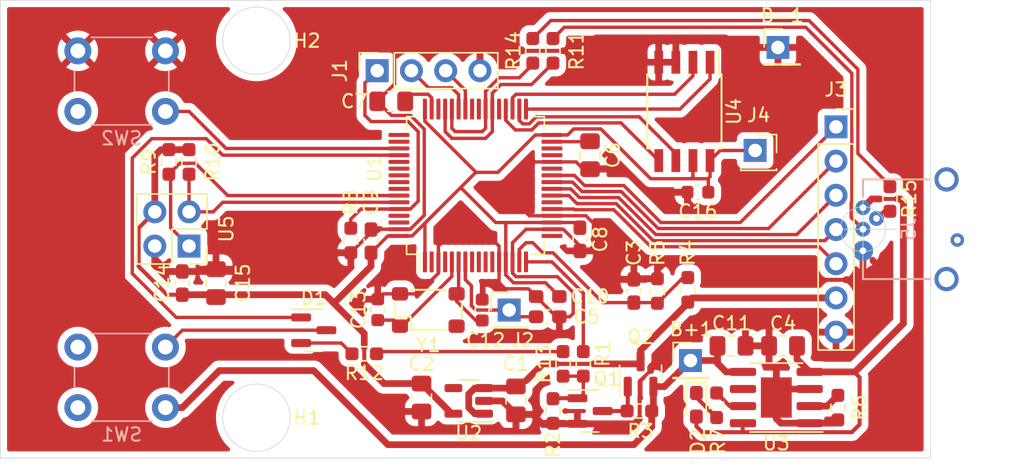
<source format=kicad_pcb>
(kicad_pcb (version 20211014) (generator pcbnew)
  (layers (0 "F.Cu" signal) (31 "B.Cu" signal) (34 "B.Paste" user) (35 "F.Paste" user) (36 "B.SilkS" user "B.Silkscreen") (37 "F.SilkS" user "F.Silkscreen") (38 "B.Mask" user) (39 "F.Mask" user) (44 "Edge.Cuts" user))
  (net 0 "")
  (net 1 "/VBATT_GATED")
  (net 2 "GND")
  (net 3 "+3V3")
  (net 4 "/VBATT_SENSE")
  (net 5 "Net-(C4-Pad1)")
  (net 6 "/~{RESET}")
  (net 7 "Net-(C6-Pad1)")
  (net 8 "Net-(C7-Pad1)")
  (net 9 "+BATT")
  (net 10 "Net-(C12-Pad1)")
  (net 11 "Net-(C13-Pad1)")
  (net 12 "/ON_BTN")
  (net 13 "Net-(D1-Pad2)")
  (net 14 "Net-(D1-Pad3)")
  (net 15 "Net-(D2-Pad1)")
  (net 16 "/BOOT0")
  (net 17 "/BOOT_RX")
  (net 18 "/BOOT_TX")
  (net 19 "/SEN_SCL")
  (net 20 "/SEN_SDA")
  (net 21 "/OLED_CS")
  (net 22 "/OLED_DC")
  (net 23 "/OLED_RES")
  (net 24 "/OLED_MOSI")
  (net 25 "/OLED_SCK")
  (net 26 "/USB_DM")
  (net 27 "/USB_DP")
  (net 28 "Net-(J5-Pad2)")
  (net 29 "Net-(Q1-Pad3)")
  (net 30 "/KEEP_ON")
  (net 31 "Net-(R6-Pad2)")
  (net 32 "Net-(R7-Pad1)")
  (net 33 "/UP_BTN")
  (net 41 "/CS2")
  (net 42 "/SCK2")
  (net 43 "/MISO2")
  (net 44 "/MOSI2")
  (net 64 "Net-(Q1-Pad1)")
  (net 65 "Net-(R12-Pad1)")
  (net 66 "Net-(J5-Pad3)")
  (net 68 "Net-(R14-Pad2)")
  (footprint "Package_TO_SOT_SMD:SOT-23" (layer "F.Cu") (at 142 112)
    (fp_text reference "D1")
    (fp_text value "BAT54A")
  )
  (footprint "Resistor_SMD:R_0603_1608Metric_Pad0.98x0.95mm_HandSolder" (layer "F.Cu") (at 131.25 99.5 90)
    (fp_text reference "R9")
    (fp_text value "4k7")
  )
  (footprint "Capacitor_SMD:C_0805_2012Metric_Pad1.18x1.45mm_HandSolder" (layer "F.Cu") (at 157 117.2125 -90)
    (fp_text reference "C1")
    (fp_text value "1u")
  )
  (footprint "TFT_footprints:XTAL_5030_china_unknown" (layer "F.Cu") (at 150.5 110.5)
    (fp_text reference "Y1")
    (fp_text value "8MHz")
  )
  (footprint "Package_QFP:LQFP-64_10x10mm_P0.5mm" (layer "F.Cu") (at 154 101.25 90)
    (fp_text reference "U1")
    (fp_text value "STM32F205RCTx")
  )
  (footprint "Capacitor_SMD:C_0603_1608Metric_Pad1.08x0.95mm_HandSolder" (layer "F.Cu") (at 159.3625 111 180)
    (fp_text reference "C5")
    (fp_text value "100n")
  )
  (footprint "Capacitor_SMD:C_0805_2012Metric_Pad1.18x1.45mm_HandSolder" (layer "F.Cu") (at 147.75 95 180)
    (fp_text reference "C7")
    (fp_text value "2u2")
  )
  (footprint "Connector_PinHeader_2.54mm:PinHeader_1x01_P2.54mm_Vertical" (layer "F.Cu") (at 170 114.25)
    (fp_text reference "B+1")
    (fp_text value "Conn_01x01_Male")
  )
  (footprint "Connector_PinHeader_2.54mm:PinHeader_1x01_P2.54mm_Vertical" (layer "F.Cu") (at 176.75 90.96)
    (fp_text reference "B-1")
    (fp_text value "Conn_01x01_Male")
  )
  (footprint "Resistor_SMD:R_0603_1608Metric_Pad0.98x0.95mm_HandSolder" (layer "F.Cu") (at 159.75 91.25 90)
    (fp_text reference "R11")
    (fp_text value "0")
  )
  (footprint "Connector_PinSocket_2.54mm:PinSocket_1x01_P2.54mm_Vertical" (layer "F.Cu") (at 175.01 98.8)
    (fp_text reference "J4")
    (fp_text value "Conn_01x01_Female")
  )
  (footprint "Resistor_SMD:R_0603_1608Metric_Pad0.98x0.95mm_HandSolder" (layer "F.Cu") (at 162 114.5 -90)
    (fp_text reference "R1")
    (fp_text value "4k7")
  )
  (footprint "Package_SO:SOIC-8W_5.3x5.3mm_P1.27mm" (layer "F.Cu") (at 169.5 95.75 -90)
    (fp_text reference "U4")
    (fp_text value "M25PX32-VMW")
  )
  (footprint "Connector_PinHeader_2.54mm:PinHeader_1x01_P2.54mm_Vertical" (layer "F.Cu") (at 156.5 110.5)
    (fp_text reference "J2")
    (fp_text value "Conn_01x01_Male")
  )
  (footprint "Capacitor_SMD:C_0603_1608Metric_Pad1.08x0.95mm_HandSolder" (layer "F.Cu") (at 159.3625 109.5)
    (fp_text reference "C10")
    (fp_text value "100n")
  )
  (footprint "Capacitor_SMD:C_0805_2012Metric_Pad1.18x1.45mm_HandSolder" (layer "F.Cu") (at 176.82 113.1625 180)
    (fp_text reference "C4")
    (fp_text value "1u")
  )
  (footprint "Package_SO:SOIC-8-1EP_3.9x4.9mm_P1.27mm_EP2.29x3mm" (layer "F.Cu") (at 176.32 117 180)
    (fp_text reference "U3")
    (fp_text value "TP4056")
  )
  (footprint "MountingHole:MountingHole_2.1mm" (layer "F.Cu") (at 137.75 118.5)
    (fp_text reference "H1")
    (fp_text value "MountingHole")
  )
  (footprint "Capacitor_SMD:C_0805_2012Metric_Pad1.18x1.45mm_HandSolder" (layer "F.Cu") (at 162.5 99 -90)
    (fp_text reference "C6")
    (fp_text value "2u2")
  )
  (footprint "Connector_PinSocket_2.54mm:PinSocket_1x07_P2.54mm_Vertical" (layer "F.Cu") (at 180.75 96.9)
    (fp_text reference "J3")
    (fp_text value "Conn_01x07_Female")
  )
  (footprint "LED_SMD:LED_0603_1608Metric_Pad1.05x0.95mm_HandSolder" (layer "F.Cu") (at 170.39 117.5375 -90)
    (fp_text reference "D2")
    (fp_text value "LED")
  )
  (footprint "Resistor_SMD:R_0603_1608Metric_Pad0.98x0.95mm_HandSolder" (layer "F.Cu") (at 159.75 118 90)
    (fp_text reference "R2")
    (fp_text value "220k")
  )
  (footprint "Connector_PinSocket_2.54mm:PinSocket_1x04_P2.54mm_Vertical" (layer "F.Cu") (at 146.71 92.725 90)
    (fp_text reference "J1")
    (fp_text value "Conn_01x04_Female")
  )
  (footprint "Capacitor_SMD:C_0603_1608Metric" (layer "F.Cu") (at 146.75 110.475 90)
    (fp_text reference "C13")
    (fp_text value "10p")
  )
  (footprint "Capacitor_SMD:C_0805_2012Metric_Pad1.18x1.45mm_HandSolder" (layer "F.Cu") (at 134.75 108.5 90)
    (fp_text reference "C15")
    (fp_text value "1u")
  )
  (footprint "Resistor_SMD:R_0603_1608Metric_Pad0.98x0.95mm_HandSolder" (layer "F.Cu") (at 180.89 117.75 90)
    (fp_text reference "R6")
    (fp_text value "3k3")
  )
  (footprint "Connector_PinSocket_2.54mm:PinSocket_2x02_P2.54mm_Vertical" (layer "F.Cu") (at 132.75 105.75 -90)
    (fp_text reference "U5")
    (fp_text value "MLX90640")
  )
  (footprint "Package_TO_SOT_SMD:SOT-23" (layer "F.Cu") (at 162.5 118)
    (fp_text reference "Q1")
    (fp_text value "AP2312")
  )
  (footprint "Package_TO_SOT_SMD:SOT-23" (layer "F.Cu") (at 166.25 115.25 90)
    (fp_text reference "Q2")
    (fp_text value "AP2311")
  )
  (footprint "Capacitor_SMD:C_0603_1608Metric" (layer "F.Cu") (at 154.5 110.5 90)
    (fp_text reference "C12")
    (fp_text value "10p")
  )
  (footprint "Resistor_SMD:R_0603_1608Metric_Pad0.98x0.95mm_HandSolder" (layer "F.Cu") (at 169.75 109 -90)
    (fp_text reference "R4")
    (fp_text value "220k")
  )
  (footprint "Capacitor_SMD:C_0603_1608Metric_Pad1.08x0.95mm_HandSolder" (layer "F.Cu") (at 161.75 105.25 90)
    (fp_text reference "C8")
    (fp_text value "100n")
  )
  (footprint "Capacitor_SMD:C_0805_2012Metric_Pad1.18x1.45mm_HandSolder" (layer "F.Cu") (at 150 117 -90)
    (fp_text reference "C2")
    (fp_text value "1u")
  )
  (footprint "Capacitor_SMD:C_0603_1608Metric_Pad1.08x0.95mm_HandSolder" (layer "F.Cu") (at 132.25 108.5 -90)
    (fp_text reference "C14")
    (fp_text value "100n")
  )
  (footprint "Capacitor_SMD:C_0603_1608Metric_Pad1.08x0.95mm_HandSolder" (layer "F.Cu") (at 146.25 105.3875 -90)
    (fp_text reference "C9")
    (fp_text value "100n")
  )
  (footprint "Capacitor_SMD:C_0805_2012Metric_Pad1.18x1.45mm_HandSolder" (layer "F.Cu") (at 172.995 113.1625)
    (fp_text reference "C11")
    (fp_text value "1u")
  )
  (footprint "Resistor_SMD:R_0603_1608Metric_Pad0.98x0.95mm_HandSolder" (layer "F.Cu") (at 171.89 117.575 -90)
    (fp_text reference "R7")
    (fp_text value "470")
  )
  (footprint "Capacitor_SMD:C_0603_1608Metric_Pad1.08x0.95mm_HandSolder" (layer "F.Cu") (at 165.75 109.0875 -90)
    (fp_text reference "C3")
    (fp_text value "100n")
  )
  (footprint "Resistor_SMD:R_0603_1608Metric_Pad0.98x0.95mm_HandSolder" (layer "F.Cu") (at 144.75 105.3375 90)
    (fp_text reference "R8")
    (fp_text value "220k")
  )
  (footprint "Resistor_SMD:R_0603_1608Metric_Pad0.98x0.95mm_HandSolder" (layer "F.Cu") (at 132.75 99.5 90)
    (fp_text reference "R10")
    (fp_text value "4k7")
  )
  (footprint "Capacitor_SMD:C_0603_1608Metric" (layer "F.Cu") (at 170.5 101.75 180)
    (fp_text reference "C16")
    (fp_text value "100n")
  )
  (footprint "Resistor_SMD:R_0603_1608Metric_Pad0.98x0.95mm_HandSolder" (layer "F.Cu") (at 166.1625 118)
    (fp_text reference "R3")
    (fp_text value "4k7")
  )
  (footprint "MountingHole:MountingHole_2.1mm" (layer "F.Cu") (at 137.75 90.5)
    (fp_text reference "H2")
    (fp_text value "MountingHole")
  )
  (footprint "Resistor_SMD:R_0603_1608Metric_Pad0.98x0.95mm_HandSolder" (layer "F.Cu") (at 184.75 102.25 -90)
    (fp_text reference "R15")
    (fp_text value "0")
  )
  (footprint "Resistor_SMD:R_0603_1608Metric_Pad0.98x0.95mm_HandSolder" (layer "F.Cu") (at 145.75 113.75 180)
    (fp_text reference "R12")
    (fp_text value "0")
  )
  (footprint "Resistor_SMD:R_0603_1608Metric_Pad0.98x0.95mm_HandSolder" (layer "F.Cu") (at 167.5 109.0875 -90)
    (fp_text reference "R5")
    (fp_text value "220k")
  )
  (footprint "Package_TO_SOT_SMD:SOT-23-5" (layer "F.Cu") (at 153.5 117.25 180)
    (fp_text reference "U2")
    (fp_text value "LP2981-3.3")
  )
  (footprint "Resistor_SMD:R_0603_1608Metric_Pad0.98x0.95mm_HandSolder" (layer "F.Cu") (at 158.25 91.25 90)
    (fp_text reference "R14")
    (fp_text value "0")
  )
  (footprint "Resistor_SMD:R_0603_1608Metric_Pad0.98x0.95mm_HandSolder" (layer "F.Cu") (at 160.5 114.5 90)
    (fp_text reference "R13")
    (fp_text value "0")
  )
  (footprint "TFT_footprints:USB_mini_china_unknown" (layer "B.Cu") (at 187.75 104.5 -90)
    (fp_text reference "J5")
    (fp_text value "USB_B_Mini")
  )
  (footprint "Button_Switch_THT:SW_PUSH_6mm" (layer "B.Cu") (at 124.5 95.75)
    (fp_text reference "SW2")
    (fp_text value "DTSMW69N")
  )
  (footprint "Button_Switch_THT:SW_PUSH_6mm" (layer "B.Cu") (at 124.5 117.75)
    (fp_text reference "SW1")
    (fp_text value "DTSMW69N")
  )
  (gr_line (start 118.75 121.5) (end 118.75 87.5) (layer "Edge.Cuts") (width 0.05))
  (gr_circle (center 137.75 118.5) (end 135.25 118.5) (layer "Edge.Cuts") (width 0.05) (fill none))
  (gr_line (start 187.75 121.5) (end 118.75 121.5) (layer "Edge.Cuts") (width 0.05))
  (gr_line (start 187.75 87.5) (end 187.75 121.5) (layer "Edge.Cuts") (width 0.05))
  (gr_circle (center 137.75 90.5) (end 137.75 88) (layer "Edge.Cuts") (width 0.05) (fill none))
  (gr_line (start 118.75 87.5) (end 187.75 87.5) (layer "Edge.Cuts") (width 0.05))
  (target plus (at 182.75 104.5) (size 5) (width 0.05) (layer "Edge.Cuts"))
  (segment (start 154.6375 116.3) (end 156.875 116.3) (width 0.5) (layer "F.Cu") (net 1))
  (segment (start 166.25 114.3125) (end 166.25 113.5) (width 0.5) (layer "F.Cu") (net 1))
  (segment (start 156.875 116.3) (end 157 116.175) (width 0.5) (layer "F.Cu") (net 1))
  (segment (start 153.95 116.3) (end 154.6375 116.3) (width 0.5) (layer "F.Cu") (net 1))
  (segment (start 153.5 116.75) (end 153.95 116.3) (width 0.5) (layer "F.Cu") (net 1))
  (segment (start 169.575 109.6625) (end 169.75 109.8375) (width 0.25) (layer "F.Cu") (net 1))
  (segment (start 153.95 118.2) (end 153.5 117.75) (width 0.5) (layer "F.Cu") (net 1))
  (segment (start 159 114.5) (end 157.75 115.75) (width 0.5) (layer "F.Cu") (net 1))
  (segment (start 159 114.5) (end 160 114.5) (width 0.5) (layer "F.Cu") (net 1))
  (segment (start 166.0625 114.5) (end 166.25 114.3125) (width 0.5) (layer "F.Cu") (net 1))
  (segment (start 154.6375 118.2) (end 153.95 118.2) (width 0.5) (layer "F.Cu") (net 1))
  (segment (start 162.75 114.5) (end 166.0625 114.5) (width 0.5) (layer "F.Cu") (net 1))
  (segment (start 166.25 114.3125) (end 166.25 114.5) (width 0.5) (layer "F.Cu") (net 1))
  (segment (start 160 114.5) (end 162.75 114.5) (width 0.3) (layer "F.Cu") (net 1))
  (segment (start 180.75 109.6) (end 170.0625 109.6) (width 0.5) (layer "F.Cu") (net 1))
  (segment (start 153.5 117.75) (end 153.5 116.75) (width 0.5) (layer "F.Cu") (net 1))
  (segment (start 169.75 110) (end 166.25 113.5) (width 0.5) (layer "F.Cu") (net 1))
  (segment (start 134 114) (end 142.75 114) (width 0.5) (layer "F.Cu") (net 2))
  (segment (start 176.25 114.75) (end 176.32 114.82) (width 0.5) (layer "F.Cu") (net 2))
  (segment (start 129 115.5) (end 132.5 115.5) (width 0.5) (layer "F.Cu") (net 2))
  (segment (start 144 92.75) (end 141.850489 94.899511) (width 0.5) (layer "F.Cu") (net 2))
  (segment (start 154.33 90.08) (end 153.75 89.5) (width 0.5) (layer "F.Cu") (net 2))
  (segment (start 178.795 118.905) (end 180.6475 118.905) (width 0.5) (layer "F.Cu") (net 2))
  (segment (start 154.33 92.725) (end 154.33 91.17) (width 0.5) (layer "F.Cu") (net 2))
  (segment (start 161.25 109.192684) (end 161.25 110.75) (width 0.25) (layer "F.Cu") (net 2))
  (segment (start 176.44 99.81) (end 176.44 91) (width 0.5) (layer "F.Cu") (net 2))
  (segment (start 131.1375 107.6375) (end 132.25 107.6375) (width 0.5) (layer "F.Cu") (net 2))
  (segment (start 167.5 107.5) (end 167.5 108.175) (width 0.5) (layer "F.Cu") (net 2))
  (segment (start 181.5 108.25) (end 181.490489 108.259511) (width 0.5) (layer "F.Cu") (net 2))
  (segment (start 169.725 101.75) (end 169.725 102.475) (width 0.5) (layer "F.Cu") (net 2))
  (segment (start 172.54 90.29) (end 168.79 90.29) (width 0.5) (layer "F.Cu") (net 2))
  (segment (start 145.75 89.5) (end 144 91.25) (width 0.5) (layer "F.Cu") (net 2))
  (segment (start 176.44 91) (end 173.25 91) (width 0.5) (layer "F.Cu") (net 2))
  (segment (start 167.595 92.1) (end 167.595 90.595) (width 0.25) (layer "F.Cu") (net 2))
  (segment (start 149.185224 96.04952) (end 147.76202 96.04952) (width 0.25) (layer "F.Cu") (net 2))
  (segment (start 176 114.75) (end 176.25 114.75) (width 0.5) (layer "F.Cu") (net 2))
  (segment (start 134.649511 94.899511) (end 131 91.25) (width 0.5) (layer "F.Cu") (net 2))
  (segment (start 151.25 107.765006) (end 149.715006 109.3) (width 0.25) (layer "F.Cu") (net 2))
  (segment (start 143.3625 106.6375) (end 143.75 106.25) (width 0.5) (layer "F.Cu") (net 2))
  (segment (start 156.75 107.765006) (end 157.009514 108.02452) (width 0.25) (layer "F.Cu") (net 2))
  (segment (start 141.850489 94.899511) (end 134.649511 94.899511) (width 0.5) (layer "F.Cu") (net 2))
  (segment (start 159.7 118.8625) (end 159.75 118.9125) (width 0.5) (layer "F.Cu") (net 2))
  (segment (start 160 111) (end 158.5 109.5) (width 0.25) (layer "F.Cu") (net 2))
  (segment (start 170.5 111.25) (end 175.75 111.25) (width 0.5) (layer "F.Cu") (net 2))
  (segment (start 182.75 106.1) (end 182.75 108.25) (width 0.5) (layer "F.Cu") (net 2))
  (segment (start 162.194816 103.5) (end 162.75 104.055184) (width 0.25) (layer "F.Cu") (net 2))
  (segment (start 157.923541 108.923541) (end 156.173541 108.923541) (width 0.25) (layer "F.Cu") (net 2))
  (segment (start 162.96 90.29) (end 162 91.25) (width 0.5) (layer "F.Cu") (net 2))
  (segment (start 160.081836 108.02452) (end 161.25 109.192684) (width 0.25) (layer "F.Cu") (net 2))
  (segment (start 157.5 100) (end 157.5 103) (width 0.25) (layer "F.Cu") (net 2))
  (segment (start 147.15 109.3) (end 146.75 109.7) (width 0.25) (layer "F.Cu") (net 2))
  (segment (start 127.75 94.5) (end 127.75 114.25) (width 0.5) (layer "F.Cu") (net 2))
  (segment (start 159.675 103.5) (end 162.194816 103.5) (width 0.25) (layer "F.Cu") (net 2))
  (segment (start 162.75 105.75) (end 162.3875 106.1125) (width 0.25) (layer "F.Cu") (net 2))
  (segment (start 152 105) (end 151.25 105.75) (width 0.25) (layer "F.Cu") (net 2))
  (segment (start 146.7125 95) (end 148 93.7125) (width 0.25) (layer "F.Cu") (net 2))
  (segment (start 148.325 104.5) (end 149.165006 104.5) (width 0.25) (layer "F.Cu") (net 2))
  (segment (start 168.865 92.1) (end 168.865 90.365) (width 0.25) (layer "F.Cu") (net 2))
  (segment (start 154.33 91.17) (end 154.33 90.08) (width 0.5) (layer "F.Cu") (net 2))
  (segment (start 158.5 109.5) (end 157.923541 108.923541) (width 0.25) (layer "F.Cu") (net 2))
  (segment (start 176.655 118.905) (end 176.32 118.57) (width 0.5) (layer "F.Cu") (net 2))
  (segment (start 162 91.25) (end 160.5 91.25) (width 0.5) (layer "F.Cu") (net 2))
  (segment (start 181.490489 108.259511) (end 179.759511 108.259511) (width 0.3) (layer "F.Cu") (net 2))
  (segment (start 147.75 89.5) (end 145.75 89.5) (width 0.5) (layer "F.Cu") (net 2))
  (segment (start 166.5 115.5) (end 166.5 115.478928) (width 0.25) (layer "F.Cu") (net 2))
  (segment (start 156.173541 108.923541) (end 155.75 108.5) (width 0.25) (layer "F.Cu") (net 2))
  (segment (start 148.25 89.5) (end 147.75 89.5) (width 0.5) (layer "F.Cu") (net 2))
  (segment (start 175.7825 111.2825) (end 175.75 111.25) (width 0.5) (layer "F.Cu") (net 2))
  (segment (start 167.29 90.29) (end 162.96 90.29) (width 0.5) (layer "F.Cu") (net 2))
  (segment (start 153.75 89.5) (end 148.25 89.5) (width 0.5) (layer "F.Cu") (net 2))
  (segment (start 168.25 106.75) (end 167.5 107.5) (width 0.5) (layer "F.Cu") (net 2))
  (segment (start 167.595 90.595) (end 167.29 90.29) (width 0.25) (layer "F.Cu") (net 2))
  (segment (start 160.5 91.25) (end 157.5 91.25) (width 0.3) (layer "F.Cu") (net 2))
  (segment (start 157.009514 108.02452) (end 160.081836 108.02452) (width 0.25) (layer "F.Cu") (net 2))
  (segment (start 148.4 109.3) (end 147.15 109.3) (width 0.25) (layer "F.Cu") (net 2))
  (segment (start 173.25 103) (end 176.44 99.81) (width 0.5) (layer "F.Cu") (net 2))
  (segment (start 161.75 105.734994) (end 161.75 106.1125) (width 0.25) (layer "F.Cu") (net 2))
  (segment (start 155.75 108.5) (end 155.75 106.925) (width 0.25) (layer "F.Cu") (net 2))
  (segment (start 166.75 101.75) (end 165 100) (width 0.5) (layer "F.Cu") (net 2))
  (segment (start 148.325 104.5) (end 146.275 104.5) (width 0.25) (layer "F.Cu") (net 2))
  (segment (start 130.1375 105.8225) (end 130.21 105.75) (width 0.5) (layer "F.Cu") (net 2))
  (segment (start 154.6375 117.25) (end 156 117.25) (width 0.5) (layer "F.Cu") (net 2))
  (segment (start 179.14 112.14) (end 178.25 111.25) (width 0.5) (layer "F.Cu") (net 2))
  (segment (start 175.7825 113.1625) (end 175.7825 114.5325) (width 0.5) (layer "F.Cu") (net 2))
  (segment (start 161.25 110.75) (end 161 111) (width 0.25) (layer "F.Cu") (net 2))
  (segment (start 179.759511 108.259511) (end 179.75 108.25) (width 0.3) (layer "F.Cu") (net 2))
  (segment (start 155 105) (end 152 105) (width 0.25) (layer "F.Cu") (net 2))
  (segment (start 158 103.5) (end 159.675 103.5) (width 0.25) (layer "F.Cu") (net 2))
  (segment (start 162.5375 100) (end 162.5 100.0375) (width 0.5) (layer "F.Cu") (net 2))
  (segment (start 179.759511 108.259511) (end 173.009511 108.259511) (width 0.5) (layer "F.Cu") (net 2))
  (segment (start 168.865 90.365) (end 168.79 90.29) (width 0.25) (layer "F.Cu") (net 2))
  (segment (start 160.225 111) (end 160 111) (width 0.25) (layer "F.Cu") (net 2))
  (segment (start 176.32 118.57) (end 176.32 117) (width 0.5) (layer "F.Cu") (net 2))
  (segment (start 154.5 108.5) (end 155.75 108.5) (width 0.25) (layer "F.Cu") (net 2))
  (segment (start 178.795 116.365) (end 176.955 116.365) (width 0.5) (layer "F.Cu") (net 2))
  (segment (start 150.19951 103.465496) (end 150.19951 97.063806) (width 0.25) (layer "F.Cu") (net 2))
  (segment (start 161.5625 118.95) (end 165.8 118.95) (width 0.5) (layer "F.Cu") (net 2))
  (segment (start 154.5 109.725) (end 154.525 109.725) (width 0.25) (layer "F.Cu") (net 2))
  (segment (start 176.955 116.365) (end 176.32 117) (width 0.5) (layer "F.Cu") (net 2))
  (segment (start 166.5 115.478928) (end 166.978928 115) (width 0.25) (layer "F.Cu") (net 2))
  (segment (start 163.3625 106.1125) (end 161.75 106.1125) (width 0.5) (layer "F.Cu") (net 2))
  (segment (start 148 93.7125) (end 148 89.75) (width 0.25) (layer "F.Cu") (net 2))
  (segment (start 178.795 118.905) (end 176.655 118.905) (width 0.5) (layer "F.Cu") (net 2))
  (segment (start 165.8 108.175) (end 165.75 108.225) (width 0.5) (layer "F.Cu") (net 2))
  (segment (start 169.725 101.75) (end 166.75 101.75) (width 0.5) (layer "F.Cu") (net 2))
  (segment (start 159.75 118.9125) (end 159.6625 119) (width 0.5) (layer "F.Cu") (net 2))
  (segment (start 166.978928 115) (end 167 115) (width 0.25) (layer "F.Cu") (net 2))
  (segment (start 168.79 90.29) (end 167.29 90.29) (width 0.5) (layer "F.Cu") (net 2))
  (segment (start 159.675 99.5) (end 158 99.5) (width 0.25) (layer "F.Cu") (net 2))
  (segment (start 156 117.25) (end 157 118.25) (width 0.5) (layer "F.Cu") (net 2))
  (segment (start 146.25 104.75) (end 144.75 106.25) (width 0.25) (layer "F.Cu") (net 2))
  (segment (start 154.5 109.725) (end 154.5 108.5) (width 0.25) (layer "F.Cu") (net 2))
  (segment (start 149.715006 109.3) (end 148.4 109.3) (width 0.25) (layer "F.Cu") (net 2))
  (segment (start 159.7875 118.95) (end 159.75 118.9125) (width 0.5) (layer "F.Cu") (net 2))
  (segment (start 159.6625 119) (end 159 119) (width 0.5) (layer "F.Cu") (net 2))
  (segment (start 143.3625 107.6375) (end 133.75 107.6375) (width 0.5) (layer "F.Cu") (net 2))
  (segment (start 158.25 118.25) (end 157 118.25) (width 0.5) (layer "F.Cu") (net 2))
  (segment (start 157.5 103) (end 158 103.5) (width 0.25) (layer "F.Cu") (net 2))
  (segment (start 131 91.25) (end 127.75 94.5) (width 0.5) (layer "F.Cu") (net 2))
  (segment (start 161.5625 118.95) (end 159.7875 118.95) (width 0.5) (layer "F.Cu") (net 2))
  (segment (start 165 100) (end 162.5375 100) (width 0.5) (layer "F.Cu") (net 2))
  (segment (start 167 115) (end 167 114.75) (width 0.5) (layer "F.Cu") (net 2))
  (segment (start 173.25 91) (end 172.54 90.29) (width 0.5) (layer "F.Cu") (net 2))
  (segment (start 182.75 111.75) (end 182.36 112.14) (width 0.5) (layer "F.Cu") (net 2))
  (segment (start 182.75 108.25) (end 181.5 108.25) (width 0.5) (layer "F.Cu") (net 2))
  (segment (start 182.36 112.14) (end 180.75 112.14) (width 0.5) (layer "F.Cu") (net 2))
  (segment (start 155.75 106.925) (end 155.75 105.75) (width 0.25) (layer "F.Cu") (net 2))
  (segment (start 162.75 104.055184) (end 162.75 105.75) (width 0.25) (layer "F.Cu") (net 2))
  (segment (start 157 119.5) (end 157 118.25) (width 0.5) (layer "F.Cu") (net 2))
  (segment (start 159.675 99.5) (end 161.4625 99.5) (width 0.25) (layer "F.Cu") (net 2))
  (segment (start 167.5 108.175) (end 165.8 108.175) (width 0.5) (layer "F.Cu") (net 2))
  (segment (start 132.5 115.5) (end 134 114) (width 0.5) (layer "F.Cu") (net 2))
  (segment (start 143.3625 107.6375) (end 143.3625 106.6375) (width 0.5) (layer "F.Cu") (net 2))
  (segment (start 161 111) (end 160.225 111) (width 0.25) (layer "F.Cu") (net 2))
  (segment (start 180.6475 118.905) (end 180.89 118.6625) (width 0.5) (layer "F.Cu") (net 2))
  (segment (start 142.75 114) (end 148.25 119.5) (width 0.5) (layer "F.Cu") (net 2))
  (segment (start 148 89.75) (end 147.75 89.5) (width 0.25) (layer "F.Cu") (net 2))
  (segment (start 146.275 104.5) (end 146.25 104.525) (width 0.25) (layer "F.Cu") (net 2))
  (segment (start 166.182954 118.567046) (end 166.182954 115.817046) (width 0.3) (layer "F.Cu") (net 2))
  (segment (start 170.25 103) (end 173.25 103) (width 0.5) (layer "F.Cu") (net 2))
  (segment (start 150.19951 97.063806) (end 149.185224 96.04952) (width 0.25) (layer "F.Cu") (net 2))
  (segment (start 176.32 114.82) (end 176.32 117) (width 0.5) (layer "F.Cu") (net 2))
  (segment (start 166.182954 115.817046) (end 166.5 115.5) (width 0.3) (layer "F.Cu") (net 2))
  (segment (start 175.7825 116.4625) (end 176.32 117) (width 0.5) (layer "F.Cu") (net 2))
  (segment (start 171.5 106.75) (end 168.25 106.75) (width 0.5) (layer "F.Cu") (net 2))
  (segment (start 167 114.75) (end 170.5 111.25) (width 0.5) (layer "F.Cu") (net 2))
  (segment (start 162.3875 106.1125) (end 161.75 106.1125) (width 0.25) (layer "F.Cu") (net 2))
  (segment (start 159.675 104.5) (end 157.75 104.5) (width 0.25) (layer "F.Cu") (net 2))
  (segment (start 169.725 102.475) (end 170.25 103) (width 0.5) (layer "F.Cu") (net 2))
  (segment (start 156.75 106.925) (end 156.75 107.765006) (width 0.25) (layer "F.Cu") (net 2))
  (segment (start 157.75 104.5) (end 156.75 105.5) (width 0.25) (layer "F.Cu") (net 2))
  (segment (start 154.33 91.17) (end 157.42 91.17) (width 0.5) (layer "F.Cu") (net 2))
  (segment (start 130.21 105.75) (end 130.21 106.71) (width 0.5) (layer "F.Cu") (net 2))
  (segment (start 148.25 119.5) (end 157 119.5) (width 0.5) (layer "F.Cu") (net 2))
  (segment (start 160.515006 104.5) (end 161.75 105.734994) (width 0.25) (layer "F.Cu") (net 2))
  (segment (start 174.0325 113.1625) (end 175.7825 113.1625) (width 0.5) (layer "F.Cu") (net 2))
  (segment (start 173.009511 108.259511) (end 171.5 106.75) (width 0.5) (layer "F.Cu") (net 2))
  (segment (start 127.75 114.25) (end 129 115.5) (width 0.5) (layer "F.Cu") (net 2))
  (segment (start 151.25 105.75) (end 151.25 106.925) (width 0.25) (layer "F.Cu") (net 2))
  (segment (start 155.75 105.75) (end 155 105) (width 0.25) (layer "F.Cu") (net 2))
  (segment (start 149.165006 104.5) (end 150.19951 103.465496) (width 0.25) (layer "F.Cu") (net 2))
  (segment (start 151.25 106.925) (end 151.25 107.765006) (width 0.25) (layer "F.Cu") (net 2))
  (segment (start 144 91.25) (end 144 92.75) (width 0.5) (layer "F.Cu") (net 2))
  (segment (start 143.75 106.25) (end 144.75 106.25) (width 0.5) (layer "F.Cu") (net 2))
  (segment (start 165.75 108.225) (end 163.8625 108.225) (width 0.5) (layer "F.Cu") (net 2))
  (segment (start 175.7825 114.5325) (end 176 114.75) (width 0.5) (layer "F.Cu") (net 2))
  (segment (start 132.25 107.6375) (end 133.75 107.6375) (width 0.5) (layer "F.Cu") (net 2))
  (segment (start 130.21 106.71) (end 131.1375 107.6375) (width 0.5) (layer "F.Cu") (net 2))
  (segment (start 160.225 111) (end 160.225 111.025) (width 0.25) (layer "F.Cu") (net 2))
  (segment (start 178.25 111.25) (end 175.75 111.25) (width 0.5) (layer "F.Cu") (net 2))
  (segment (start 148.075489 89.674511) (end 148.25 89.5) (width 0.25) (layer "F.Cu") (net 2))
  (segment (start 147.76202 96.04952) (end 146.7125 95) (width 0.25) (layer "F.Cu") (net 2))
  (segment (start 175.7825 113.1625) (end 175.7825 111.2825) (width 0.5) (layer "F.Cu") (net 2))
  (segment (start 163.8625 108.225) (end 163.8625 106.6125) (width 0.5) (layer "F.Cu") (net 2))
  (segment (start 146.25 104.525) (end 146.25 104.75) (width 0.25) (layer "F.Cu") (net 2))
  (segment (start 180.75 112.14) (end 179.14 112.14) (width 0.5) (layer "F.Cu") (net 2))
  (segment (start 161.4625 99.5) (end 162 100.0375) (width 0.25) (layer "F.Cu") (net 2))
  (segment (start 156.75 105.5) (end 156.75 106.925) (width 0.25) (layer "F.Cu") (net 2))
  (segment (start 158 99.5) (end 157.5 100) (width 0.25) (layer "F.Cu") (net 2))
  (segment (start 159.675 104.5) (end 160.515006 104.5) (width 0.25) (layer "F.Cu") (net 2))
  (segment (start 182.75 108.25) (end 182.75 111.75) (width 0.5) (layer "F.Cu") (net 2))
  (segment (start 157.42 91.17) (end 157.5 91.25) (width 0.5) (layer "F.Cu") (net 2))
  (segment (start 159 119) (end 158.25 118.25) (width 0.5) (layer "F.Cu") (net 2))
  (segment (start 163.8625 106.6125) (end 163.3625 106.1125) (width 0.5) (layer "F.Cu") (net 2))
  (segment (start 165.8 118.95) (end 166.182954 118.567046) (width 0.5) (layer "F.Cu") (net 2))
  (segment (start 156.823321 108.474031) (end 159.199031 108.474031) (width 0.25) (layer "F.Cu") (net 3))
  (segment (start 171.405 100.595) (end 171.405 99.4) (width 0.25) (layer "F.Cu") (net 3))
  (segment (start 171.25 100.75) (end 171.275 100.775) (width 0.25) (layer "F.Cu") (net 3))
  (segment (start 152.3625 118.2) (end 152.2375 118.2) (width 0.5) (layer "F.Cu") (net 3))
  (segment (start 155.5 104) (end 152.900355 101.400355) (width 0.25) (layer "F.Cu") (net 3))
  (segment (start 148.325 105) (end 147.5 105) (width 0.25) (layer "F.Cu") (net 3))
  (segment (start 156.25 104) (end 155.5 104) (width 0.25) (layer "F.Cu") (net 3))
  (segment (start 161.287027 97.05048) (end 163.30048 97.05048) (width 0.25) (layer "F.Cu") (net 3))
  (segment (start 167 100.75) (end 170 100.75) (width 0.25) (layer "F.Cu") (net 3))
  (segment (start 159.675 97.5) (end 160.837507 97.5) (width 0.25) (layer "F.Cu") (net 3))
  (segment (start 171.275 100.775) (end 171.275 101.75) (width 0.25) (layer "F.Cu") (net 3))
  (segment (start 170.135 99.4) (end 170.135 100.615) (width 0.25) (layer "F.Cu") (net 3))
  (segment (start 145.75 113.25) (end 145.75 114.5) (width 0.3) (layer "F.Cu") (net 3))
  (segment (start 142.8625 109.3625) (end 133.75 109.3625) (width 0.5) (layer "F.Cu") (net 3))
  (segment (start 150 115.9625) (end 147.2125 115.9625) (width 0.5) (layer "F.Cu") (net 3))
  (segment (start 150.25 95.575) (end 150.25 96.478592) (width 0.25) (layer "F.Cu") (net 3))
  (segment (start 147.2125 115.9625) (end 145.75 114.5) (width 0.5) (layer "F.Cu") (net 3))
  (segment (start 151.025355 103.275355) (end 151.207503 103.093207) (width 0.25) (layer "F.Cu") (net 3))
  (segment (start 146.25 107.25) (end 146.25 106.25) (width 0.5) (layer "F.Cu") (net 3))
  (segment (start 154.025355 100.253947) (end 154.025355 100.275355) (width 0.25) (layer "F.Cu") (net 3))
  (segment (start 130.6625 98.5875) (end 131.25 98.5875) (width 0.5) (layer "F.Cu") (net 3))
  (segment (start 130.21 103.21) (end 129.010489 104.409511) (width 0.3) (layer "F.Cu") (net 3))
  (segment (start 148.325 105) (end 149.30071 105) (width 0.25) (layer "F.Cu") (net 3))
  (segment (start 172.155 98.65) (end 171.405 99.4) (width 0.25) (layer "F.Cu") (net 3))
  (segment (start 143.5 110) (end 145.75 112.25) (width 0.5) (layer "F.Cu") (net 3))
  (segment (start 129.010489 107.260489) (end 131.1125 109.3625) (width 0.3) (layer "F.Cu") (net 3))
  (segment (start 152.400355 101.900355) (end 151.025355 103.275355) (width 0.25) (layer "F.Cu") (net 3))
  (segment (start 130.21 99.04) (end 130.6625 98.5875) (width 0.5) (layer "F.Cu") (net 3))
  (segment (start 150.25 106.925) (end 150.25 104.05071) (width 0.25) (layer "F.Cu") (net 3))
  (segment (start 129.010489 104.409511) (end 129.010489 107.260489) (width 0.3) (layer "F.Cu") (net 3))
  (segment (start 171.25 100.75) (end 171.405 100.595) (width 0.25) (layer "F.Cu") (net 3))
  (segment (start 150.25 104.05071) (end 151.025355 103.275355) (width 0.25) (layer "F.Cu") (net 3))
  (segment (start 147.5 105) (end 146.25 106.25) (width 0.25) (layer "F.Cu") (net 3))
  (segment (start 154.025355 100.275355) (end 152.900355 101.400355) (width 0.25) (layer "F.Cu") (net 3))
  (segment (start 159.675 104) (end 161.3625 104) (width 0.25) (layer "F.Cu") (net 3))
  (segment (start 149.30071 105) (end 151.207503 103.093207) (width 0.25) (layer "F.Cu") (net 3))
  (segment (start 156.25 106.925) (end 156.25 107.90071) (width 0.25) (layer "F.Cu") (net 3))
  (segment (start 150.25 96.478592) (end 154.025355 100.253947) (width 0.25) (layer "F.Cu") (net 3))
  (segment (start 174.75 98.65) (end 172.155 98.65) (width 0.25) (layer "F.Cu") (net 3))
  (segment (start 163.30048 97.05048) (end 167 100.75) (width 0.25) (layer "F.Cu") (net 3))
  (segment (start 143.5 110) (end 142.8625 109.3625) (width 0.5) (layer "F.Cu") (net 3))
  (segment (start 145.75 112.25) (end 145.75 113.25) (width 0.5) (layer "F.Cu") (net 3))
  (segment (start 156.25 106.925) (end 156.25 104) (width 0.25) (layer "F.Cu") (net 3))
  (segment (start 131.25 98.5875) (end 132.75 98.5875) (width 0.5) (layer "F.Cu") (net 3))
  (segment (start 170 100.75) (end 171.25 100.75) (width 0.25) (layer "F.Cu") (net 3))
  (segment (start 156.25 107.90071) (end 156.823321 108.474031) (width 0.25) (layer "F.Cu") (net 3))
  (segment (start 158.436415 97.5) (end 155.66106 100.275355) (width 0.25) (layer "F.Cu") (net 3))
  (segment (start 143.5 110) (end 146.25 107.25) (width 0.5) (layer "F.Cu") (net 3))
  (segment (start 130.21 103.88106) (end 130.21 103.21) (width 0.3) (layer "F.Cu") (net 3))
  (segment (start 152.900355 101.400355) (end 152.400355 101.900355) (width 0.25) (layer "F.Cu") (net 3))
  (segment (start 132.25 109.3625) (end 133.75 109.3625) (width 0.5) (layer "F.Cu") (net 3))
  (segment (start 159.199031 108.474031) (end 160.225 109.5) (width 0.25) (layer "F.Cu") (net 3))
  (segment (start 131.1125 109.3625) (end 132.25 109.3625) (width 0.3) (layer "F.Cu") (net 3))
  (segment (start 161.3625 104) (end 161.75 104.3875) (width 0.25) (layer "F.Cu") (net 3))
  (segment (start 130.21 103.21) (end 130.21 99.04) (width 0.5) (layer "F.Cu") (net 3))
  (segment (start 159.675 97.5) (end 158.436415 97.5) (width 0.25) (layer "F.Cu") (net 3))
  (segment (start 160.837507 97.5) (end 161.287027 97.05048) (width 0.25) (layer "F.Cu") (net 3))
  (segment (start 152.2375 118.2) (end 150 115.9625) (width 0.5) (layer "F.Cu") (net 3))
  (segment (start 155.66106 100.275355) (end 154.025355 100.275355) (width 0.25) (layer "F.Cu") (net 3))
  (segment (start 159.675 104) (end 156.25 104) (width 0.25) (layer "F.Cu") (net 3))
  (segment (start 170.135 100.615) (end 170 100.75) (width 0.25) (layer "F.Cu") (net 3))
  (segment (start 169.4125 108.0875) (end 169.75 108.0875) (width 0.25) (layer "F.Cu") (net 4))
  (segment (start 167.5 110) (end 169.4125 108.0875) (width 0.25) (layer "F.Cu") (net 4))
  (segment (start 158.25 105.5) (end 157.75 105.5) (width 0.25) (layer "F.Cu") (net 4))
  (segment (start 157.75 105.5) (end 157.25 106) (width 0.25) (layer "F.Cu") (net 4))
  (segment (start 165.75 109.95) (end 167.45 109.95) (width 0.25) (layer "F.Cu") (net 4))
  (segment (start 167.45 109.95) (end 167.5 110) (width 0.25) (layer "F.Cu") (net 4))
  (segment (start 165.75 109.95) (end 163.45 109.95) (width 0.25) (layer "F.Cu") (net 4))
  (segment (start 157.25 106) (end 157.25 106.925) (width 0.25) (layer "F.Cu") (net 4))
  (segment (start 159.75 106.25) (end 159 106.25) (width 0.25) (layer "F.Cu") (net 4))
  (segment (start 159 106.25) (end 158.25 105.5) (width 0.25) (layer "F.Cu") (net 4))
  (segment (start 163.45 109.95) (end 159.75 106.25) (width 0.25) (layer "F.Cu") (net 4))
  (segment (start 185.75 102.5) (end 185.5 102.25) (width 0.5) (layer "F.Cu") (net 5))
  (segment (start 177.8575 114.1575) (end 178.795 115.095) (width 0.5) (layer "F.Cu") (net 5))
  (segment (start 170.825 119.575) (end 170.39 119.14) (width 0.3) (layer "F.Cu") (net 5))
  (segment (start 173.825 119.575) (end 170.825 119.575) (width 0.3) (layer "F.Cu") (net 5))
  (segment (start 182.5 115.5) (end 182.095 115.095) (width 0.3) (layer "F.Cu") (net 5))
  (segment (start 181.925 119.575) (end 182.5 119) (width 0.3) (layer "F.Cu") (net 5))
  (segment (start 182.5 119) (end 182.5 115.5) (width 0.3) (layer "F.Cu") (net 5))
  (segment (start 173.845 118.905) (end 173.825 118.925) (width 0.3) (layer "F.Cu") (net 5))
  (segment (start 182.095 115.095) (end 178.795 115.095) (width 0.5) (layer "F.Cu") (net 5))
  (segment (start 173.825 119.575) (end 181.925 119.575) (width 0.3) (layer "F.Cu") (net 5))
  (segment (start 185.5 102.25) (end 185.296592 102.25) (width 0.5) (layer "F.Cu") (net 5))
  (segment (start 185.75 111.5) (end 185.75 102.5) (width 0.5) (layer "F.Cu") (net 5))
  (segment (start 182.095 115.095) (end 182.155 115.095) (width 0.5) (layer "F.Cu") (net 5))
  (segment (start 173.825 118.925) (end 173.825 119.575) (width 0.3) (layer "F.Cu") (net 5))
  (segment (start 177.8575 113.1625) (end 177.8575 114.1575) (width 0.5) (layer "F.Cu") (net 5))
  (segment (start 170.39 118.4125) (end 170.39 119.14) (width 0.3) (layer "F.Cu") (net 5))
  (segment (start 183.4 102.25) (end 182.75 102.9) (width 0.5) (layer "F.Cu") (net 5))
  (segment (start 182.155 115.095) (end 185.75 111.5) (width 0.5) (layer "F.Cu") (net 5))
  (segment (start 185.296592 102.25) (end 184 102.25) (width 0.3) (layer "F.Cu") (net 5))
  (segment (start 184 102.25) (end 183.4 102.25) (width 0.5) (layer "F.Cu") (net 5))
  (segment (start 153.25 108.25) (end 153.25 106.925) (width 0.25) (layer "F.Cu") (net 6))
  (segment (start 154.022862 110.5) (end 153.70048 110.177618) (width 0.25) (layer "F.Cu") (net 6))
  (segment (start 153.70048 110.177618) (end 153.70048 108.70048) (width 0.25) (layer "F.Cu") (net 6))
  (segment (start 153.70048 108.70048) (end 153.25 108.25) (width 0.25) (layer "F.Cu") (net 6))
  (segment (start 158.5 111) (end 157 111) (width 0.25) (layer "F.Cu") (net 6))
  (segment (start 156.5 110.5) (end 154.022862 110.5) (width 0.25) (layer "F.Cu") (net 6))
  (segment (start 157 111) (end 156.5 110.5) (width 0.25) (layer "F.Cu") (net 6))
  (segment (start 159.675 98) (end 161.9625 98) (width 0.25) (layer "F.Cu") (net 7))
  (segment (start 161.9625 98) (end 162 97.9625) (width 0.25) (layer "F.Cu") (net 7))
  (segment (start 150.75 94.734994) (end 150.490486 94.47548) (width 0.25) (layer "F.Cu") (net 8))
  (segment (start 150.75 95.575) (end 150.75 94.734994) (width 0.25) (layer "F.Cu") (net 8))
  (segment (start 149.06202 94.47548) (end 148.7875 94.75) (width 0.25) (layer "F.Cu") (net 8))
  (segment (start 150.490486 94.47548) (end 149.06202 94.47548) (width 0.25) (layer "F.Cu") (net 8))
  (segment (start 171.9575 114.2075) (end 171.9575 114.4575) (width 0.5) (layer "F.Cu") (net 9))
  (segment (start 132.25 117.75) (end 131 117.75) (width 0.5) (layer "F.Cu") (net 9))
  (segment (start 165.75 120.5) (end 147.5 120.5) (width 0.5) (layer "F.Cu") (net 9))
  (segment (start 135 115) (end 132.25 117.75) (width 0.5) (layer "F.Cu") (net 9))
  (segment (start 167.2 117.875) (end 167.075 118) (width 0.5) (layer "F.Cu") (net 9))
  (segment (start 172.595 115.095) (end 173.845 115.095) (width 0.5) (layer "F.Cu") (net 9))
  (segment (start 167.2 116.1875) (end 168.0125 116.1875) (width 0.5) (layer "F.Cu") (net 9))
  (segment (start 167.075 118) (end 167.075 119.175) (width 0.5) (layer "F.Cu") (net 9))
  (segment (start 167.075 119.175) (end 165.75 120.5) (width 0.5) (layer "F.Cu") (net 9))
  (segment (start 167.2 116.1875) (end 167.2 117.875) (width 0.5) (layer "F.Cu") (net 9))
  (segment (start 171.9575 113.1625) (end 171.9575 114.2075) (width 0.5) (layer "F.Cu") (net 9))
  (segment (start 142 115) (end 135 115) (width 0.5) (layer "F.Cu") (net 9))
  (segment (start 171.9575 114.4575) (end 172.595 115.095) (width 0.5) (layer "F.Cu") (net 9))
  (segment (start 169.95 114.25) (end 171.915 114.25) (width 0.5) (layer "F.Cu") (net 9))
  (segment (start 171.915 114.25) (end 171.9575 114.2075) (width 0.5) (layer "F.Cu") (net 9))
  (segment (start 147.5 120.5) (end 142 115) (width 0.5) (layer "F.Cu") (net 9))
  (segment (start 168.0125 116.1875) (end 169.95 114.25) (width 0.5) (layer "F.Cu") (net 9))
  (segment (start 154.025 111.275) (end 152.6 109.85) (width 0.25) (layer "F.Cu") (net 10))
  (segment (start 152.6 109.85) (end 152.6 109.3) (width 0.25) (layer "F.Cu") (net 10))
  (segment (start 152.75 106.925) (end 152.75 109.15) (width 0.25) (layer "F.Cu") (net 10))
  (segment (start 154.5 111.275) (end 154.025 111.275) (width 0.25) (layer "F.Cu") (net 10))
  (segment (start 152.75 109.15) (end 152.6 109.3) (width 0.25) (layer "F.Cu") (net 10))
  (segment (start 152.25 106.925) (end 152.25 108) (width 0.25) (layer "F.Cu") (net 11))
  (segment (start 148.55 111.7) (end 148.4 111.7) (width 0.25) (layer "F.Cu") (net 11))
  (segment (start 152.25 108) (end 148.55 111.7) (width 0.25) (layer "F.Cu") (net 11))
  (segment (start 147.95 111.25) (end 148.4 111.7) (width 0.25) (layer "F.Cu") (net 11))
  (segment (start 146.75 111.25) (end 147.95 111.25) (width 0.25) (layer "F.Cu") (net 11))
  (segment (start 128.535978 99.214022) (end 128.535978 107.785978) (width 0.25) (layer "F.Cu") (net 12))
  (segment (start 131.8 111.05) (end 141.0625 111.05) (width 0.25) (layer "F.Cu") (net 12))
  (segment (start 134.02548 97.77548) (end 129.97452 97.77548) (width 0.25) (layer "F.Cu") (net 12))
  (segment (start 128.535978 107.785978) (end 131.8 111.05) (width 0.25) (layer "F.Cu") (net 12))
  (segment (start 129.97452 97.77548) (end 128.535978 99.214022) (width 0.25) (layer "F.Cu") (net 12))
  (segment (start 135.25 99) (end 134.02548 97.77548) (width 0.25) (layer "F.Cu") (net 12))
  (segment (start 148.325 99) (end 135.25 99) (width 0.25) (layer "F.Cu") (net 12))
  (segment (start 144.0375 112.95) (end 144.8375 113.75) (width 0.25) (layer "F.Cu") (net 13))
  (segment (start 141.0625 112.95) (end 144.0375 112.95) (width 0.25) (layer "F.Cu") (net 13))
  (segment (start 142.9375 112) (end 132.25 112) (width 0.25) (layer "F.Cu") (net 14))
  (segment (start 132.25 112) (end 131 113.25) (width 0.25) (layer "F.Cu") (net 14))
  (segment (start 170.39 116.6625) (end 170.39 116.9875) (width 0.3) (layer "F.Cu") (net 15))
  (segment (start 170.39 116.9875) (end 171.89 118.4875) (width 0.3) (layer "F.Cu") (net 15))
  (segment (start 149.75 102.415006) (end 149.165006 103) (width 0.25) (layer "F.Cu") (net 16))
  (segment (start 148.325 103) (end 145.5 103) (width 0.25) (layer "F.Cu") (net 16))
  (segment (start 149 96.5) (end 149.75 97.25) (width 0.25) (layer "F.Cu") (net 16))
  (segment (start 145.5 103) (end 144.75 103.75) (width 0.25) (layer "F.Cu") (net 16))
  (segment (start 145.80048 93.63452) (end 145.80048 96.05048) (width 0.25) (layer "F.Cu") (net 16))
  (segment (start 149.75 97.25) (end 149.75 102.415006) (width 0.25) (layer "F.Cu") (net 16))
  (segment (start 144.75 103.75) (end 144.75 104.425) (width 0.25) (layer "F.Cu") (net 16))
  (segment (start 146.25 96.5) (end 149 96.5) (width 0.25) (layer "F.Cu") (net 16))
  (segment (start 149.165006 103) (end 148.325 103) (width 0.25) (layer "F.Cu") (net 16))
  (segment (start 145.80048 96.05048) (end 146.25 96.5) (width 0.25) (layer "F.Cu") (net 16))
  (segment (start 146.71 92.725) (end 145.80048 93.63452) (width 0.25) (layer "F.Cu") (net 16))
  (segment (start 152.75 94.5) (end 152.25 94) (width 0.25) (layer "F.Cu") (net 17))
  (segment (start 152.75 95.575) (end 152.75 94.5) (width 0.25) (layer "F.Cu") (net 17))
  (segment (start 152.25 94) (end 150.525 94) (width 0.25) (layer "F.Cu") (net 17))
  (segment (start 150.525 94) (end 149.25 92.725) (width 0.25) (layer "F.Cu") (net 17))
  (segment (start 153.25 94.185) (end 151.79 92.725) (width 0.25) (layer "F.Cu") (net 18))
  (segment (start 153.25 95.575) (end 153.25 94.185) (width 0.25) (layer "F.Cu") (net 18))
  (segment (start 131.384511 104.384511) (end 132.75 105.75) (width 0.25) (layer "F.Cu") (net 19))
  (segment (start 148.325 102) (end 135.619816 102) (width 0.25) (layer "F.Cu") (net 19))
  (segment (start 135.619816 102) (end 133.220296 99.60048) (width 0.25) (layer "F.Cu") (net 19))
  (segment (start 131.384511 100.547011) (end 131.384511 104.384511) (width 0.25) (layer "F.Cu") (net 19))
  (segment (start 133.220296 99.60048) (end 132.06202 99.60048) (width 0.25) (layer "F.Cu") (net 19))
  (segment (start 132.06202 99.60048) (end 131.25 100.4125) (width 0.25) (layer "F.Cu") (net 19))
  (segment (start 131.25 100.4125) (end 131.384511 100.547011) (width 0.25) (layer "F.Cu") (net 19))
  (segment (start 134.54 103.21) (end 132.75 103.21) (width 0.25) (layer "F.Cu") (net 20))
  (segment (start 132.75 100.4125) (end 132.75 103.21) (width 0.25) (layer "F.Cu") (net 20))
  (segment (start 135.25 102.5) (end 134.54 103.21) (width 0.25) (layer "F.Cu") (net 20))
  (segment (start 148.325 102.5) (end 135.25 102.5) (width 0.25) (layer "F.Cu") (net 20))
  (segment (start 133.0875 100.75) (end 132.75 100.4125) (width 0.25) (layer "F.Cu") (net 20))
  (segment (start 162.08997 101.252448) (end 165.002448 101.252448) (width 0.25) (layer "F.Cu") (net 21))
  (segment (start 161.337522 100.5) (end 162.08997 101.252448) (width 0.25) (layer "F.Cu") (net 21))
  (segment (start 159.675 100.5) (end 161.337522 100.5) (width 0.25) (layer "F.Cu") (net 21))
  (segment (start 167.749999 103.999999) (end 173.65 104) (width 0.25) (layer "F.Cu") (net 21))
  (segment (start 165.002448 101.252448) (end 167.749999 103.999999) (width 0.25) (layer "F.Cu") (net 21))
  (segment (start 173.65 104) (end 180.75 96.9) (width 0.25) (layer "F.Cu") (net 21))
  (segment (start 167.563806 104.44951) (end 175.74049 104.44951) (width 0.25) (layer "F.Cu") (net 22))
  (segment (start 159.675 101) (end 161.201819 101) (width 0.25) (layer "F.Cu") (net 22))
  (segment (start 164.816254 101.701958) (end 167.563806 104.44951) (width 0.25) (layer "F.Cu") (net 22))
  (segment (start 161.201819 101) (end 161.903777 101.701958) (width 0.25) (layer "F.Cu") (net 22))
  (segment (start 175.74049 104.44951) (end 180.75 99.44) (width 0.25) (layer "F.Cu") (net 22))
  (segment (start 161.903777 101.701958) (end 164.816254 101.701958) (width 0.25) (layer "F.Cu") (net 22))
  (segment (start 161.717568 102.151468) (end 164.63006 102.151468) (width 0.25) (layer "F.Cu") (net 23))
  (segment (start 161.0661 101.5) (end 161.717568 102.151468) (width 0.25) (layer "F.Cu") (net 23))
  (segment (start 177.830979 104.899021) (end 180.75 101.98) (width 0.25) (layer "F.Cu") (net 23))
  (segment (start 164.63006 102.151468) (end 167.377613 104.899021) (width 0.25) (layer "F.Cu") (net 23))
  (segment (start 167.377613 104.899021) (end 177.830979 104.899021) (width 0.25) (layer "F.Cu") (net 23))
  (segment (start 159.675 101.5) (end 161.0661 101.5) (width 0.25) (layer "F.Cu") (net 23))
  (segment (start 164.443866 102.600978) (end 167.19142 105.348532) (width 0.25) (layer "F.Cu") (net 24))
  (segment (start 161.531374 102.600978) (end 164.443866 102.600978) (width 0.25) (layer "F.Cu") (net 24))
  (segment (start 179.921468 105.348532) (end 180.75 104.52) (width 0.25) (layer "F.Cu") (net 24))
  (segment (start 160.930396 102) (end 161.531374 102.600978) (width 0.25) (layer "F.Cu") (net 24))
  (segment (start 167.19142 105.348532) (end 179.921468 105.348532) (width 0.25) (layer "F.Cu") (net 24))
  (segment (start 159.675 102) (end 160.930396 102) (width 0.25) (layer "F.Cu") (net 24))
  (segment (start 179.488043 105.798043) (end 180.75 107.06) (width 0.25) (layer "F.Cu") (net 25))
  (segment (start 159.675 103) (end 161.294692 103) (width 0.25) (layer "F.Cu") (net 25))
  (segment (start 167.005227 105.798043) (end 179.488043 105.798043) (width 0.25) (layer "F.Cu") (net 25))
  (segment (start 161.345181 103.050489) (end 164.257673 103.050489) (width 0.25) (layer "F.Cu") (net 25))
  (segment (start 164.257673 103.050489) (end 167.005227 105.798043) (width 0.25) (layer "F.Cu") (net 25))
  (segment (start 161.294692 103) (end 161.345181 103.050489) (width 0.25) (layer "F.Cu") (net 25))
  (segment (start 154.5 97.25) (end 152.5 97.25) (width 0.25) (layer "F.Cu") (net 26))
  (segment (start 154.75 95.575) (end 154.75 94.25) (width 0.25) (layer "F.Cu") (net 26))
  (segment (start 155.75 93.25) (end 157.25 93.25) (width 0.25) (layer "F.Cu") (net 26))
  (segment (start 152.25 97) (end 152.25 95.575) (width 0.25) (layer "F.Cu") (net 26))
  (segment (start 158.25 92.1625) (end 158.25 92.25) (width 0.25) (layer "F.Cu") (net 26))
  (segment (start 154.75 95.575) (end 154.75 97) (width 0.25) (layer "F.Cu") (net 26))
  (segment (start 154.75 94.25) (end 155.75 93.25) (width 0.25) (layer "F.Cu") (net 26))
  (segment (start 158.25 92.25) (end 157.25 93.25) (width 0.25) (layer "F.Cu") (net 26))
  (segment (start 152.5 97.25) (end 152.25 97) (width 0.25) (layer "F.Cu") (net 26))
  (segment (start 154.75 97) (end 154.5 97.25) (width 0.25) (layer "F.Cu") (net 26))
  (segment (start 155.885704 93.75) (end 155.25 94.385704) (width 0.25) (layer "F.Cu") (net 27))
  (segment (start 159.75 92.1625) (end 158.1625 93.75) (width 0.25) (layer "F.Cu") (net 27))
  (segment (start 155.25 97.25) (end 154.75 97.75) (width 0.25) (layer "F.Cu") (net 27))
  (segment (start 154.75 97.75) (end 152.25 97.75) (width 0.25) (layer "F.Cu") (net 27))
  (segment (start 151.75 97.25) (end 151.75 95.575) (width 0.25) (layer "F.Cu") (net 27))
  (segment (start 152.25 97.75) (end 151.75 97.25) (width 0.25) (layer "F.Cu") (net 27))
  (segment (start 158.1625 93.75) (end 155.885704 93.75) (width 0.25) (layer "F.Cu") (net 27))
  (segment (start 155.25 95.575) (end 155.25 97.25) (width 0.25) (layer "F.Cu") (net 27))
  (segment (start 155.25 94.385704) (end 155.25 95.575) (width 0.25) (layer "F.Cu") (net 27))
  (segment (start 184.2875 103.1625) (end 183.75 103.7) (width 0.25) (layer "F.Cu") (net 28))
  (segment (start 184.75 103.1625) (end 184.2875 103.1625) (width 0.25) (layer "F.Cu") (net 28))
  (segment (start 163.4375 118) (end 165.25 118) (width 0.3) (layer "F.Cu") (net 29))
  (segment (start 165.3 116.1875) (end 165.3 117.95) (width 0.3) (layer "F.Cu") (net 29))
  (segment (start 165.3 117.95) (end 165.25 118) (width 0.3) (layer "F.Cu") (net 29))
  (segment (start 157.75 106.925) (end 159.675 106.925) (width 0.25) (layer "F.Cu") (net 30))
  (segment (start 162 109.25) (end 162 113.5875) (width 0.25) (layer "F.Cu") (net 30))
  (segment (start 159.675 106.925) (end 162 109.25) (width 0.25) (layer "F.Cu") (net 30))
  (segment (start 180.0925 117.635) (end 180.89 116.8375) (width 0.5) (layer "F.Cu") (net 31))
  (segment (start 178.795 117.635) (end 180.0925 117.635) (width 0.5) (layer "F.Cu") (net 31))
  (segment (start 173.845 117.635) (end 172.8625 117.635) (width 0.3) (layer "F.Cu") (net 32))
  (segment (start 172.8625 117.635) (end 171.89 116.6625) (width 0.3) (layer "F.Cu") (net 32))
  (segment (start 132.75 95.75) (end 131 95.75) (width 0.25) (layer "F.Cu") (net 33))
  (segment (start 135.5 98.5) (end 132.75 95.75) (width 0.25) (layer "F.Cu") (net 33))
  (segment (start 148.325 98.5) (end 135.5 98.5) (width 0.25) (layer "F.Cu") (net 33))
  (segment (start 157.75 95.575) (end 169.175 95.575) (width 0.25) (layer "F.Cu") (net 41))
  (segment (start 169.175 95.575) (end 171.405 93.345) (width 0.25) (layer "F.Cu") (net 41))
  (segment (start 171.405 93.345) (end 171.405 92.1) (width 0.25) (layer "F.Cu") (net 41))
  (segment (start 168.865 98.875) (end 168.865 99.4) (width 0.25) (layer "F.Cu") (net 42))
  (segment (start 157.990486 96.67452) (end 158.513546 96.15146) (width 0.25) (layer "F.Cu") (net 42))
  (segment (start 157.509513 96.674519) (end 157.990486 96.67452) (width 0.25) (layer "F.Cu") (net 42))
  (segment (start 158.513546 96.15146) (end 166.14146 96.15146) (width 0.25) (layer "F.Cu") (net 42))
  (segment (start 157.25 96.415006) (end 157.509513 96.674519) (width 0.25) (layer "F.Cu") (net 42))
  (segment (start 166.14146 96.15146) (end 168.865 98.875) (width 0.25) (layer "F.Cu") (net 42))
  (segment (start 157.25 95.575) (end 157.25 96.415006) (width 0.25) (layer "F.Cu") (net 42))
  (segment (start 168.77452 94.47548) (end 170.135 93.115) (width 0.25) (layer "F.Cu") (net 43))
  (segment (start 157.009514 94.47548) (end 168.77452 94.47548) (width 0.25) (layer "F.Cu") (net 43))
  (segment (start 156.75 95.575) (end 156.75 94.734994) (width 0.25) (layer "F.Cu") (net 43))
  (segment (start 156.75 94.734994) (end 157.009514 94.47548) (width 0.25) (layer "F.Cu") (net 43))
  (segment (start 170.135 93.115) (end 170.135 92.1) (width 0.25) (layer "F.Cu") (net 43))
  (segment (start 167.595 99.4) (end 164.795969 96.600969) (width 0.25) (layer "F.Cu") (net 44))
  (segment (start 156.25 96.415006) (end 156.25 95.575) (width 0.25) (layer "F.Cu") (net 44))
  (segment (start 156.959024 97.12403) (end 156.25 96.415006) (width 0.25) (layer "F.Cu") (net 44))
  (segment (start 158.699741 96.600969) (end 158.17668 97.12403) (width 0.25) (layer "F.Cu") (net 44))
  (segment (start 158.17668 97.12403) (end 156.959024 97.12403) (width 0.25) (layer "F.Cu") (net 44))
  (segment (start 164.795969 96.600969) (end 158.699741 96.600969) (width 0.25) (layer "F.Cu") (net 44))
  (segment (start 160.5 115.4125) (end 162 115.4125) (width 0.25) (layer "F.Cu") (net 64))
  (segment (start 161.7 117.05) (end 161.5625 117.05) (width 0.25) (layer "F.Cu") (net 64))
  (segment (start 162 116.75) (end 161.7 117.05) (width 0.25) (layer "F.Cu") (net 64))
  (segment (start 161.5625 117.05) (end 159.7875 117.05) (width 0.3) (layer "F.Cu") (net 64))
  (segment (start 162 115.4125) (end 162 116.75) (width 0.25) (layer "F.Cu") (net 64))
  (segment (start 159.7875 117.05) (end 159.75 117.0875) (width 0.3) (layer "F.Cu") (net 64))
  (segment (start 160.5 113.5875) (end 146.825 113.5875) (width 0.25) (layer "F.Cu") (net 65))
  (segment (start 146.825 113.5875) (end 146.6625 113.75) (width 0.25) (layer "F.Cu") (net 65))
  (segment (start 181.924511 92.924511) (end 181.924511 102.488743) (width 0.25) (layer "F.Cu") (net 66))
  (segment (start 178.5 89.5) (end 160.5875 89.5) (width 0.25) (layer "F.Cu") (net 66))
  (segment (start 181.875489 103.625489) (end 182.75 104.5) (width 0.25) (layer "F.Cu") (net 66))
  (segment (start 181.875489 102.537765) (end 181.875489 103.625489) (width 0.25) (layer "F.Cu") (net 66))
  (segment (start 160.5875 89.5) (end 159.75 90.3375) (width 0.25) (layer "F.Cu") (net 66))
  (segment (start 181.924511 102.488743) (end 181.875489 102.537765) (width 0.25) (layer "F.Cu") (net 66))
  (segment (start 181.924511 92.924511) (end 178.5 89.5) (width 0.25) (layer "F.Cu") (net 66))
  (segment (start 159.5875 89) (end 158.25 90.3375) (width 0.25) (layer "F.Cu") (net 68))
  (segment (start 178.75 89) (end 159.5875 89) (width 0.25) (layer "F.Cu") (net 68))
  (segment (start 182.374022 92.624022) (end 178.75 89) (width 0.25) (layer "F.Cu") (net 68))
  (segment (start 184.75 101.251956) (end 182.374022 98.875978) (width 0.25) (layer "F.Cu") (net 68))
  (segment (start 182.374022 92.624022) (end 182.374022 98.875978) (width 0.25) (layer "F.Cu") (net 68))
  (segment (start 184.75 101.3375) (end 184.75 101.251956) (width 0.25) (layer "F.Cu") (net 68))
  (zone (net 2) (net_name "GND") (layer "F.Cu") (connect_pads (clearance 0.5)) (min_thickness 0.3) (fill yes (thermal_gap 0.5) (thermal_bridge_width 0.5))
    (polygon (pts (xy 187.75 121.5) (xy 118.75 121.5) (xy 118.75 87.5) (xy 187.75 87.5)))
  )
)
</source>
